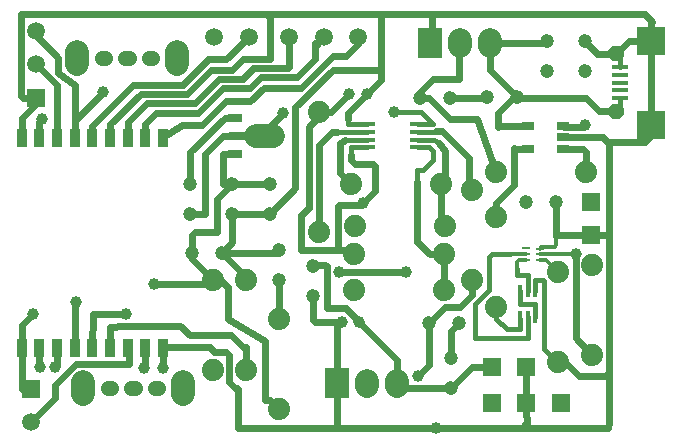
<source format=gtl>
G04 Layer: TopLayer*
G04 EasyEDA v5.9.42, Mon, 01 Apr 2019 20:05:28 GMT*
G04 e7f0afa64d6d408caf880ab9bb1ba352*
G04 Gerber Generator version 0.2*
G04 Scale: 100 percent, Rotated: No, Reflected: No *
G04 Dimensions in millimeters *
G04 leading zeros omitted , absolute positions ,3 integer and 3 decimal *
%FSLAX33Y33*%
%MOMM*%
G90*
G71D02*

%ADD11C,0.609600*%
%ADD12C,0.304800*%
%ADD13C,0.457200*%
%ADD14C,0.610006*%
%ADD15C,0.406400*%
%ADD16C,1.999996*%
%ADD17C,0.999998*%
%ADD18R,1.348740X0.399999*%
%ADD19R,0.750011X0.280010*%
%ADD20R,1.059993X0.650011*%
%ADD21R,0.419989X0.999998*%
%ADD22R,1.905000X0.699999*%
%ADD23R,1.193800X0.650011*%
%ADD24R,0.899160X1.485900*%
%ADD25R,1.350010X0.400050*%
%ADD26C,1.193800*%
%ADD27C,1.879600*%
%ADD28R,1.999996X2.499995*%
%ADD29C,1.498600*%
%ADD30R,1.498600X1.498600*%
%ADD31R,2.400046X2.400046*%
%ADD32C,1.299972*%

%LPD*%
G54D11*
G01X3975Y25906D02*
G01X3975Y30314D01*
G01X2159Y32131D01*
G01X5486Y25908D02*
G01X5486Y30327D01*
G01X4064Y31402D01*
G01X4064Y32639D01*
G01X2159Y34544D01*
G01X2159Y34925D01*
G01X6972Y25906D02*
G01X6972Y26911D01*
G01X10414Y30353D01*
G01X14605Y30353D01*
G01X16764Y32512D01*
G01X18288Y32512D01*
G01X20193Y34417D01*
G01X8470Y25908D02*
G01X8470Y27012D01*
G01X11049Y29591D01*
G01X14986Y29591D01*
G01X17018Y31623D01*
G01X18796Y31623D01*
G01X19685Y32512D01*
G01X21971Y32512D01*
G01X21971Y35687D01*
G01X21945Y36322D01*
G01X9969Y25908D02*
G01X9969Y27241D01*
G01X11557Y28829D01*
G01X15621Y28829D01*
G01X17653Y30861D01*
G01X19685Y30861D01*
G01X20574Y31750D01*
G01X23495Y31750D01*
G01X23622Y31877D01*
G01X23622Y34417D01*
G01X11468Y25908D02*
G01X11468Y27089D01*
G01X12319Y27940D01*
G01X15875Y27940D01*
G01X18034Y30099D01*
G01X20320Y30099D01*
G01X21209Y30988D01*
G01X24257Y30988D01*
G01X25781Y32512D01*
G01X25781Y33909D01*
G01X29464Y34417D02*
G01X29464Y33782D01*
G01X28448Y32766D01*
G01X27305Y32766D01*
G01X26797Y32258D01*
G01X26797Y32258D02*
G01X24638Y30099D01*
G01X21463Y30099D01*
G01X20320Y28956D01*
G01X18288Y28956D01*
G01X16256Y26924D01*
G01X14546Y26924D01*
G01X12992Y25908D01*
G01X18796Y21971D02*
G01X18034Y21971D01*
G01X18034Y24511D01*
G01X19085Y24511D01*
G01X18796Y21971D02*
G01X21971Y21971D01*
G01X18796Y19431D02*
G01X21971Y19431D01*
G01X18796Y19431D02*
G01X18796Y17018D01*
G01X17907Y16129D01*
G54D12*
G01X19939Y13843D02*
G01X19558Y13843D01*
G01X19431Y13716D01*
G01X19939Y13843D02*
G01X19558Y13843D01*
G01X19431Y13716D01*
G01X19939Y13843D02*
G01X19558Y13843D01*
G01X19431Y13716D01*
G54D11*
G01X15367Y16129D02*
G01X15367Y15621D01*
G01X17145Y13843D01*
G01X17907Y16129D02*
G01X22479Y16129D01*
G01X22733Y16383D01*
G01X19939Y13843D02*
G01X19939Y14097D01*
G01X17907Y16129D01*
G01X22733Y13843D02*
G01X22733Y10541D01*
G01X17145Y13843D02*
G01X17780Y13843D01*
G01X18415Y13208D01*
G01X18415Y10566D01*
G01X21590Y8661D01*
G01X21590Y3683D01*
G01X21971Y3683D01*
G01X22733Y2921D01*
G01X29579Y10287D02*
G01X32766Y7100D01*
G01X32766Y5080D01*
G01X26162Y28067D02*
G01X27189Y28067D01*
G01X28713Y29591D01*
G01X36449Y21971D02*
G01X36449Y18796D01*
G01X36830Y18415D01*
G01X36703Y16002D02*
G01X36703Y12954D01*
G54D12*
G01X28829Y21971D02*
G01X28829Y21717D01*
G54D11*
G01X31369Y36347D02*
G01X31369Y30745D01*
G01X30214Y29591D01*
G01X28078Y10287D02*
G01X27686Y9894D01*
G01X27686Y5080D01*
G01X28078Y10287D02*
G01X25781Y10287D01*
G01X25654Y10414D01*
G01X25654Y12446D01*
G01X29579Y10287D02*
G01X29579Y10298D01*
G01X28448Y11430D01*
G01X26797Y11430D01*
G01X26797Y14986D01*
G01X26670Y15113D01*
G01X25781Y15113D01*
G01X25654Y14986D01*
G01X2476Y8126D02*
G01X2476Y6540D01*
G01X2540Y6477D01*
G01X977Y8126D02*
G01X977Y9994D01*
G01X1905Y10922D01*
G01X17145Y13843D02*
G01X16764Y13462D01*
G01X12192Y13462D01*
G01X9969Y8126D02*
G01X10033Y6731D01*
G01X10033Y6731D01*
G01X37338Y4699D02*
G01X32766Y4699D01*
G01X32766Y5080D01*
G01X37338Y4699D02*
G01X39116Y6477D01*
G01X40767Y6477D01*
G01X37338Y7239D02*
G01X37338Y9525D01*
G01X37973Y10160D01*
G01X39116Y13843D02*
G01X39116Y12573D01*
G01X38100Y11557D01*
G01X36830Y11557D01*
G01X35433Y10160D01*
G01X35433Y10160D02*
G01X35433Y6604D01*
G01X34544Y5715D01*
G01X33528Y14478D02*
G01X27813Y14478D01*
G01X32773Y36342D02*
G01X22098Y36322D01*
G01X21945Y36322D02*
G01X889Y36327D01*
G01X889Y29420D01*
G01X1099Y29210D01*
G01X2159Y29210D01*
G01X43688Y3429D02*
G01X43688Y6477D01*
G01X27686Y5080D02*
G01X27686Y1913D01*
G01X27694Y1905D01*
G01X36068Y1270D02*
G01X27686Y1270D01*
G01X27686Y1912D01*
G01X27686Y1651D02*
G01X27686Y1270D01*
G01X19304Y1270D01*
G01X19304Y4572D01*
G01X19177Y4699D01*
G01X19050Y4699D01*
G01X18542Y5207D01*
G01X18542Y7493D01*
G01X18288Y7747D01*
G01X17272Y7747D01*
G01X16891Y8128D01*
G01X12992Y8128D01*
G01X43688Y3429D02*
G01X43688Y2794D01*
G01X43738Y1651D01*
G01X43611Y1651D01*
G54D13*
G01X32512Y28067D02*
G01X34798Y28067D01*
G01X35811Y27053D01*
G01X34533Y27035D01*
G54D11*
G01X34671Y29210D02*
G01X34671Y29718D01*
G01X35814Y30861D01*
G01X37973Y30861D01*
G01X37973Y33782D01*
G01X38100Y33909D01*
G01X37211Y29210D02*
G01X40259Y29210D01*
G01X40386Y29337D01*
G01X42926Y29337D02*
G01X40640Y31623D01*
G01X40640Y33909D01*
G01X40640Y33909D02*
G01X45339Y33909D01*
G01X45466Y34036D01*
G01X54300Y34117D02*
G01X52406Y34117D01*
G01X51300Y33011D01*
G54D13*
G01X51300Y33011D02*
G01X51624Y32686D01*
G01X51624Y31860D01*
G54D11*
G01X51300Y33011D02*
G01X49665Y33011D01*
G01X48641Y34036D01*
G54D14*
G01X54300Y27005D02*
G01X54300Y34117D01*
G54D11*
G01X54300Y27005D02*
G01X54300Y26106D01*
G01X53721Y25527D01*
G01X50673Y25527D01*
G01X50673Y22098D01*
G01X50673Y22098D01*
G01X46840Y25908D02*
G01X50165Y25908D01*
G01X50546Y25527D01*
G01X34671Y29210D02*
G01X35433Y29210D01*
G01X37211Y27432D01*
G01X39497Y27432D01*
G01X41148Y22987D01*
G54D12*
G01X48768Y22987D02*
G01X48895Y22987D01*
G54D11*
G01X48768Y22987D02*
G01X48768Y24638D01*
G01X48514Y24892D01*
G01X46906Y24892D01*
G01X46840Y24958D01*
G01X48641Y26924D02*
G01X48641Y26924D01*
G01X48514Y26797D01*
G01X46901Y26797D01*
G01X46840Y26857D01*
G01X50673Y22098D02*
G01X50673Y17145D01*
G01X50546Y17653D02*
G01X50224Y17653D01*
G01X49149Y17653D01*
G01X46228Y20447D02*
G01X46228Y17653D01*
G54D12*
G01X46228Y17399D02*
G01X46228Y16764D01*
G01X46101Y16637D01*
G01X44965Y16637D01*
G01X44836Y16507D01*
G01X46355Y14478D02*
G01X45339Y15494D01*
G01X44846Y15494D01*
G54D11*
G01X46228Y17586D02*
G01X46294Y17653D01*
G01X49149Y17653D01*
G54D12*
G01X46355Y14478D02*
G01X46355Y14732D01*
G01X46736Y15113D01*
G01X44841Y16002D02*
G01X46355Y16002D01*
G01X47879Y16002D01*
G54D11*
G01X47879Y16002D02*
G01X47879Y13970D01*
G01X47879Y13970D02*
G01X47879Y13970D01*
G01X47879Y8890D01*
G01X49276Y7493D01*
G54D12*
G01X43693Y16002D02*
G01X42291Y16002D01*
G54D13*
G01X45212Y13081D02*
G01X45212Y11160D01*
G01X45212Y8001D01*
G01X46355Y6858D01*
G54D11*
G01X46355Y6858D02*
G01X46990Y6858D01*
G01X48133Y5715D01*
G01X48508Y5715D01*
G01X50546Y5715D01*
G01X50673Y6096D01*
G01X50673Y6096D02*
G01X50673Y17145D01*
G54D13*
G01X41148Y11811D02*
G01X41148Y10541D01*
G01X42037Y9652D01*
G01X43180Y9652D01*
G01X43164Y9667D01*
G01X43164Y10579D01*
G01X41910Y8890D02*
G01X43815Y8890D01*
G01X43815Y10706D01*
G01X43164Y12915D02*
G01X43164Y11826D01*
G01X43180Y11811D01*
G01X44450Y11811D01*
G01X44465Y11795D01*
G01X44465Y10706D01*
G01X45212Y13081D02*
G01X45212Y13716D01*
G01X45085Y13843D01*
G01X44450Y13843D01*
G01X44450Y13843D01*
G01X44465Y12915D01*
G01X41910Y8890D02*
G01X39370Y8890D01*
G01X39370Y11811D01*
G54D11*
G01X42926Y29337D02*
G01X42672Y29337D01*
G01X41275Y27940D01*
G01X41275Y26797D01*
G01X41336Y26857D01*
G01X43840Y26857D01*
G01X41148Y19177D02*
G01X41148Y20320D01*
G01X42672Y21844D01*
G01X42672Y25019D01*
G01X42733Y24958D01*
G01X43840Y24958D01*
G54D15*
G01X39370Y11811D02*
G01X40513Y12954D01*
G01X40513Y15748D01*
G01X40767Y16002D01*
G01X42291Y16002D01*
G54D13*
G01X43815Y12915D02*
G01X43815Y14224D01*
G01X42926Y14224D01*
G01X42926Y14732D01*
G54D12*
G01X43699Y15511D02*
G01X43070Y15511D01*
G01X42926Y15367D01*
G01X42926Y14732D01*
G54D11*
G01X977Y25906D02*
G01X977Y27520D01*
G01X2159Y28702D01*
G01X2159Y29210D01*
G01X2667Y27432D02*
G01X2476Y27241D01*
G01X2476Y25906D01*
G01X15240Y21971D02*
G01X15240Y24638D01*
G01X18161Y27559D01*
G01X19085Y27559D01*
G01X15240Y19431D02*
G01X16510Y19431D01*
G01X16510Y24511D01*
G01X18034Y26035D01*
G01X19436Y26035D01*
G01X21554Y26035D02*
G01X21554Y26380D01*
G01X23114Y27940D01*
G01X15367Y16129D02*
G01X15367Y17653D01*
G01X15621Y17907D01*
G01X17526Y17907D01*
G01X17526Y20701D01*
G01X18796Y21971D01*
G01X32773Y36342D02*
G01X52176Y36342D01*
G01X52197Y36322D01*
G01X53721Y36322D01*
G01X54356Y35687D01*
G01X54300Y35631D01*
G01X54300Y34116D01*
G01X35696Y36342D02*
G01X35696Y34045D01*
G01X35560Y33909D01*
G01X31369Y31658D02*
G01X27340Y31658D01*
G01X24130Y28448D01*
G01X24130Y21590D01*
G01X21971Y19431D01*
G01X19436Y26035D02*
G01X21554Y26035D01*
G54D13*
G01X30231Y27038D02*
G01X28575Y27051D01*
G01X28575Y27432D01*
G01X30231Y25736D02*
G01X28403Y25736D01*
G01X28321Y25654D01*
G01X30228Y25085D02*
G01X28895Y25085D01*
G01X28829Y25019D01*
G01X28829Y24384D01*
G54D11*
G01X28575Y27432D02*
G01X28575Y27951D01*
G01X30214Y29591D01*
G01X28321Y25654D02*
G01X28067Y25527D01*
G01X27940Y25400D01*
G01X27940Y22860D01*
G01X28829Y21971D01*
G01X28829Y24384D02*
G01X28829Y24003D01*
G01X29210Y23622D01*
G01X30734Y23622D01*
G01X30861Y23495D01*
G01X30861Y21336D01*
G01X29845Y20320D01*
G54D13*
G01X30228Y26385D02*
G01X27716Y26385D01*
G01X27686Y26416D01*
G54D11*
G01X27716Y26385D02*
G01X27274Y26385D01*
G01X26162Y25273D01*
G01X26162Y17907D01*
G01X26162Y28067D02*
G01X26162Y27686D01*
G01X25273Y26797D01*
G01X25273Y19939D01*
G01X24638Y19304D01*
G01X24638Y16383D01*
G01X27051Y16383D01*
G54D14*
G01X27051Y16383D02*
G01X28702Y16383D01*
G01X29083Y16002D01*
G54D11*
G01X27732Y16383D02*
G01X27732Y20112D01*
G01X27813Y20193D01*
G01X29718Y20193D01*
G01X29845Y20320D01*
G54D13*
G01X34531Y26385D02*
G01X36098Y26385D01*
G01X36068Y26416D01*
G54D11*
G01X36068Y26416D02*
G01X36195Y26416D01*
G01X36576Y26416D01*
G01X38862Y24130D01*
G01X38862Y21717D01*
G01X39116Y21463D01*
G54D13*
G01X34532Y25736D02*
G01X35896Y25736D01*
G01X36322Y25400D01*
G54D11*
G01X36322Y25400D02*
G01X36830Y24765D01*
G01X36830Y21927D01*
G01X36449Y21971D01*
G01X34417Y22098D02*
G01X34417Y22098D01*
G01X34417Y19431D01*
G01X34417Y17018D01*
G01X35560Y16002D01*
G01X36703Y16002D01*
G54D13*
G01X34531Y25085D02*
G01X35493Y25085D01*
G01X35814Y24765D01*
G01X35814Y24003D01*
G01X34925Y23114D01*
G01X34417Y23114D01*
G01X34417Y22098D01*
G54D11*
G01X5473Y8126D02*
G01X5473Y11823D01*
G01X5588Y11938D01*
G01X977Y8126D02*
G01X1016Y8088D01*
G01X1016Y4572D01*
G01X1778Y4572D01*
G01X19939Y6223D02*
G01X19939Y8128D01*
G01X19685Y8128D01*
G01X18669Y9144D01*
G01X15240Y9144D01*
G01X14351Y9906D01*
G01X9652Y9906D01*
G01X8470Y9900D01*
G01X8470Y8128D01*
G54D13*
G01X51300Y28110D02*
G01X51625Y28436D01*
G01X51625Y29260D01*
G54D11*
G01X36144Y1270D02*
G01X43815Y1270D01*
G01X43815Y1270D02*
G01X50622Y1270D01*
G01X50673Y6096D02*
G01X50673Y1778D01*
G01X50622Y1270D01*
G01X6972Y8126D02*
G01X6985Y10922D01*
G01X9779Y10922D01*
G01X25781Y33574D02*
G01X26035Y33909D01*
G01X26543Y34417D01*
G54D14*
G01X3975Y8126D02*
G01X3975Y6642D01*
G01X3810Y6477D01*
G54D11*
G01X10033Y6731D02*
G01X5588Y6731D01*
G01X3810Y4953D01*
G01X3810Y3810D01*
G01X1778Y1778D01*
G54D14*
G01X11468Y8126D02*
G01X11468Y6515D01*
G01X11303Y6350D01*
G01X12992Y8126D02*
G01X12992Y6388D01*
G01X12954Y6350D01*
G01X7874Y29718D02*
G01X5473Y27317D01*
G01X5473Y25906D01*
G01X51300Y28110D02*
G01X49867Y28110D01*
G01X48768Y29210D01*
G01X43053Y29210D01*
G01X42926Y29337D01*
G54D16*
G01X20804Y26035D02*
G01X22304Y26035D01*
G54D18*
G01X34531Y25085D03*
G01X30228Y25085D03*
G01X34532Y25736D03*
G01X30231Y25736D03*
G01X34531Y26385D03*
G01X30228Y26385D03*
G01X34532Y27035D03*
G01X30232Y27037D03*
G54D19*
G01X43688Y16510D03*
G01X43693Y16009D03*
G01X43699Y15511D03*
G01X44836Y16507D03*
G01X44842Y16012D03*
G01X44847Y15506D03*
G54D20*
G01X46840Y24958D03*
G01X46840Y25908D03*
G01X46840Y26857D03*
G01X43840Y26857D03*
G01X43840Y24958D03*
G54D21*
G01X44465Y10706D03*
G01X43815Y10706D03*
G01X43164Y10706D03*
G01X43164Y12915D03*
G01X43815Y12915D03*
G01X44465Y12915D03*
G54D22*
G01X19436Y26035D03*
G54D23*
G01X19085Y27559D03*
G01X19085Y24511D03*
G54D24*
G01X977Y8126D03*
G01X2476Y8126D03*
G01X3975Y8126D03*
G01X5473Y8126D03*
G01X6972Y8126D03*
G01X8470Y8126D03*
G01X9969Y8126D03*
G01X11468Y8126D03*
G01X12992Y8126D03*
G01X12992Y25906D03*
G01X11468Y25906D03*
G01X9969Y25906D03*
G01X8470Y25906D03*
G01X6972Y25906D03*
G01X5473Y25906D03*
G01X3975Y25906D03*
G01X2476Y25906D03*
G01X977Y25906D03*
G54D25*
G01X51625Y29260D03*
G01X51625Y29911D03*
G01X51625Y30561D03*
G01X51625Y31211D03*
G01X51625Y31860D03*
G54D26*
G01X45466Y31496D03*
G01X45466Y34036D03*
G54D27*
G01X41148Y19177D03*
G01X41148Y11557D03*
G54D26*
G01X48641Y31496D03*
G01X48641Y34036D03*
G54D27*
G01X26162Y28067D03*
G01X26162Y17907D03*
G54D17*
G01X30214Y29591D03*
G01X28713Y29591D03*
G54D27*
G01X29083Y16002D03*
G01X36703Y16002D03*
G01X36703Y12954D03*
G01X29083Y12954D03*
G01X28829Y21971D03*
G01X36449Y21971D03*
G01X36830Y18415D03*
G01X29210Y18415D03*
G54D17*
G01X28078Y10287D03*
G01X29579Y10287D03*
G54D26*
G01X15240Y19431D03*
G01X15240Y21971D03*
G01X18796Y21971D03*
G01X18796Y19431D03*
G01X21971Y19431D03*
G01X21971Y21971D03*
G01X17907Y16129D03*
G01X15367Y16129D03*
G54D27*
G01X22733Y10541D03*
G01X22733Y2921D03*
G54D26*
G01X22733Y16383D03*
G01X22733Y13843D03*
G54D27*
G01X19939Y13843D03*
G01X19939Y6223D03*
G01X17145Y6223D03*
G01X17145Y13843D03*
G54D28*
G01X27686Y5080D03*
G54D26*
G01X37338Y7239D03*
G01X37338Y4699D03*
G54D27*
G01X39116Y21463D03*
G01X39116Y13843D03*
G54D26*
G01X37973Y10160D03*
G01X35433Y10160D03*
G54D28*
G01X35560Y33909D03*
G54D26*
G01X40386Y29337D03*
G01X42926Y29337D03*
G01X37211Y29210D03*
G01X34671Y29210D03*
G54D27*
G01X41148Y22987D03*
G01X48768Y22987D03*
G54D26*
G01X43688Y20447D03*
G01X46228Y20447D03*
G54D27*
G01X49276Y7493D03*
G01X49276Y15113D03*
G01X46355Y14478D03*
G01X46355Y6858D03*
G54D29*
G01X23622Y34417D03*
G01X26543Y34417D03*
G01X17272Y34417D03*
G01X2159Y32131D03*
G01X2159Y34925D03*
G01X20193Y34417D03*
G01X29464Y34417D03*
G01X1778Y1778D03*
G54D30*
G01X49149Y20447D03*
G01X49149Y17653D03*
G01X40767Y6477D03*
G01X43688Y6477D03*
G01X1778Y4572D03*
G01X2159Y29210D03*
G54D26*
G01X25654Y12446D03*
G01X25654Y14986D03*
G54D30*
G01X46609Y3429D03*
G01X40767Y3429D03*
G01X43688Y3429D03*
G36*
G01X50642Y27838D02*
G01X51028Y27454D01*
G01X51572Y27454D01*
G01X51955Y27838D01*
G01X51955Y28384D01*
G01X51572Y28768D01*
G01X51028Y28768D01*
G01X50642Y28384D01*
G01X50642Y27838D01*
G37*
G36*
G01X50642Y32738D02*
G01X51028Y32354D01*
G01X51572Y32354D01*
G01X51955Y32738D01*
G01X51955Y33284D01*
G01X51572Y33667D01*
G01X51028Y33667D01*
G01X50642Y33284D01*
G01X50642Y32738D01*
G37*
G54D31*
G01X54300Y27004D03*
G01X54300Y34116D03*
G54D17*
G01X2667Y27432D03*
G01X23114Y27940D03*
G01X9779Y10922D03*
G01X5588Y11938D03*
G01X32512Y28067D03*
G01X36068Y1270D03*
G01X2540Y6477D03*
G01X1905Y10922D03*
G01X12192Y13462D03*
G01X34544Y5715D03*
G01X27813Y14478D03*
G01X33528Y14478D03*
G01X48641Y26924D03*
G01X47879Y16002D03*
G01X29845Y20320D03*
G01X11303Y6350D03*
G01X12954Y6350D03*
G01X3810Y6477D03*
G01X7874Y29718D03*
G54D16*
G01X32766Y5329D02*
G01X32766Y4829D01*
G01X30226Y5329D02*
G01X30226Y4829D01*
G01X40640Y34157D02*
G01X40640Y33660D01*
G01X38100Y34157D02*
G01X38100Y33660D01*
G54D32*
G01X8564Y4699D02*
G01X8262Y4699D01*
G01X12562Y4699D02*
G01X12263Y4699D01*
G01X10563Y4699D02*
G01X10264Y4699D01*
G54D16*
G01X14615Y5199D02*
G01X14615Y4198D01*
G01X6212Y5199D02*
G01X6212Y4198D01*
G54D32*
G01X11755Y32639D02*
G01X12054Y32639D01*
G01X7757Y32639D02*
G01X8056Y32639D01*
G01X9756Y32639D02*
G01X10055Y32639D01*
G54D16*
G01X5704Y32138D02*
G01X5704Y33139D01*
G01X14107Y32138D02*
G01X14107Y33139D01*
M00*
M02*

</source>
